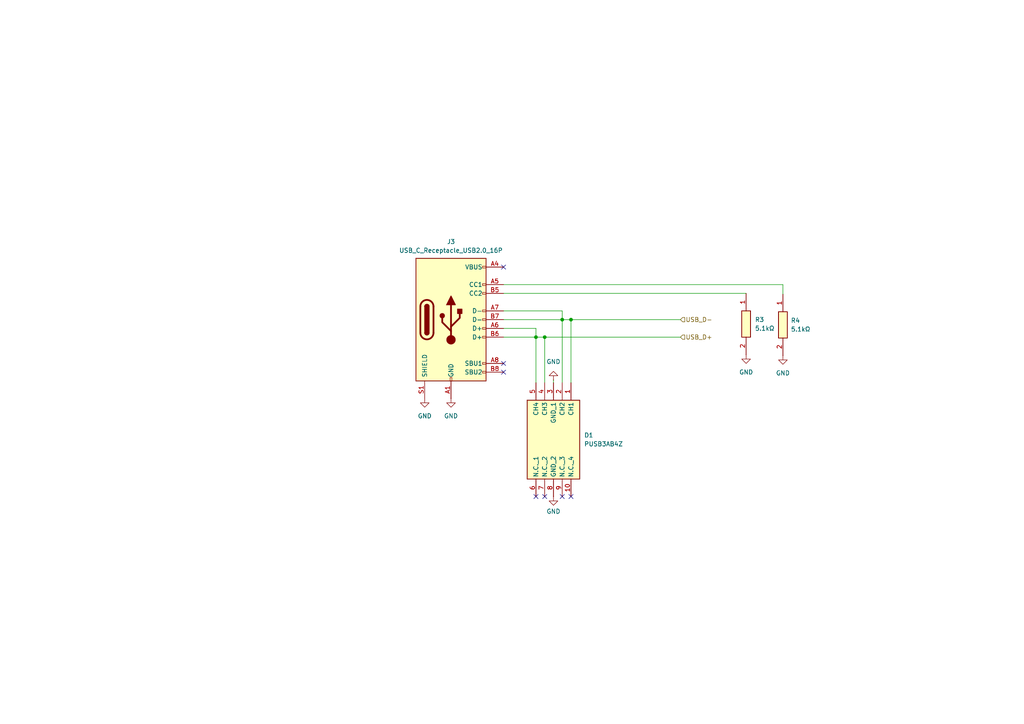
<source format=kicad_sch>
(kicad_sch (version 20231120) (generator "eeschema") (generator_version "8.0")
  (paper "A4")
  (lib_symbols
    (symbol "Connector:USB_C_Receptacle_USB2.0_16P" (pin_names (offset 1.016))
      (property "Reference" "J" (at 0 22.225 0))
      (property "Value" "USB_C_Receptacle_USB2.0_16P" (at 0 19.685 0))
      (symbol "USB_C_Receptacle_USB2.0_16P_0_0"
        (rectangle (start -0.254 -17.78) (end 0.254 -16.764))
        (rectangle (start 10.16 -14.986) (end 9.144 -15.494))
        (rectangle (start 10.16 -12.446) (end 9.144 -12.954))
        (rectangle (start 10.16 -4.826) (end 9.144 -5.334))
        (rectangle (start 10.16 -2.286) (end 9.144 -2.794))
        (rectangle (start 10.16 0.254) (end 9.144 -0.254))
        (rectangle (start 10.16 2.794) (end 9.144 2.286))
        (rectangle (start 10.16 7.874) (end 9.144 7.366))
        (rectangle (start 10.16 10.414) (end 9.144 9.906))
        (rectangle (start 10.16 15.494) (end 9.144 14.986))
      )
      (symbol "USB_C_Receptacle_USB2.0_16P_0_1"
        (rectangle (start -10.16 17.78) (end 10.16 -17.78) (stroke (width 0.254)) (fill (type background)))
        (arc (start -8.89 -3.81) (mid -6.985 -5.7067) (end -5.08 -3.81) (stroke (width 0.508)))
        (arc (start -7.62 -3.81) (mid -6.985 -4.4423) (end -6.35 -3.81) (stroke (width 0.254)))
        (arc (start -7.62 -3.81) (mid -6.985 -4.4423) (end -6.35 -3.81) (stroke (width 0.254)) (fill (type outline)))
        (rectangle (start -7.62 -3.81) (end -6.35 3.81) (stroke (width 0.254)) (fill (type outline)))
        (arc (start -6.35 3.81) (mid -6.985 4.4423) (end -7.62 3.81) (stroke (width 0.254)))
        (arc (start -6.35 3.81) (mid -6.985 4.4423) (end -7.62 3.81) (stroke (width 0.254)) (fill (type outline)))
        (arc (start -5.08 3.81) (mid -6.985 5.7067) (end -8.89 3.81) (stroke (width 0.508)))
        (circle (center -2.54 1.143) (radius 0.635) (stroke (width 0.254)) (fill (type outline)))
        (circle (center 0 -5.842) (radius 1.27) (fill (type outline)))
        (polyline (pts (xy -8.89 -3.81) (xy -8.89 3.81)) (stroke (width 0.508)))
        (polyline (pts (xy -5.08 3.81) (xy -5.08 -3.81)) (stroke (width 0.508)))
        (polyline (pts (xy 0 -5.842) (xy 0 4.318)) (stroke (width 0.508)))
        (polyline (pts (xy 0 -3.302) (xy -2.54 -0.762) (xy -2.54 0.508)) (stroke (width 0.508)))
        (polyline (pts (xy 0 -2.032) (xy 2.54 0.508) (xy 2.54 1.778)) (stroke (width 0.508)))
        (polyline (pts (xy -1.27 4.318) (xy 0 6.858) (xy 1.27 4.318) (xy -1.27 4.318)) (stroke (width 0.254)) (fill (type outline)))
        (rectangle (start 1.905 1.778) (end 3.175 3.048) (stroke (width 0.254)) (fill (type outline)))
      )
      (symbol "USB_C_Receptacle_USB2.0_16P_1_1"
        (pin passive line (at 0 -22.86 90) (length 5.08) (name "GND") (number "A1"))
        (pin passive line (at 0 -22.86 90) (length 5.08) hide (name "GND") (number "A12"))
        (pin passive line (at 15.24 15.24 180) (length 5.08) (name "VBUS") (number "A4"))
        (pin bidirectional line (at 15.24 10.16 180) (length 5.08) (name "CC1") (number "A5"))
        (pin bidirectional line (at 15.24 -2.54 180) (length 5.08) (name "D+") (number "A6"))
        (pin bidirectional line (at 15.24 2.54 180) (length 5.08) (name "D-") (number "A7"))
        (pin bidirectional line (at 15.24 -12.7 180) (length 5.08) (name "SBU1") (number "A8"))
        (pin passive line (at 15.24 15.24 180) (length 5.08) hide (name "VBUS") (number "A9"))
        (pin passive line (at 0 -22.86 90) (length 5.08) hide (name "GND") (number "B1"))
        (pin passive line (at 0 -22.86 90) (length 5.08) hide (name "GND") (number "B12"))
        (pin passive line (at 15.24 15.24 180) (length 5.08) hide (name "VBUS") (number "B4"))
        (pin bidirectional line (at 15.24 7.62 180) (length 5.08) (name "CC2") (number "B5"))
        (pin bidirectional line (at 15.24 -5.08 180) (length 5.08) (name "D+") (number "B6"))
        (pin bidirectional line (at 15.24 0 180) (length 5.08) (name "D-") (number "B7"))
        (pin bidirectional line (at 15.24 -15.24 180) (length 5.08) (name "SBU2") (number "B8"))
        (pin passive line (at 15.24 15.24 180) (length 5.08) hide (name "VBUS") (number "B9"))
        (pin passive line (at -7.62 -22.86 90) (length 5.08) (name "SHIELD") (number "S1"))
      )
    )
    (symbol "SamacSys_Parts:ERJ-UP6D5101V" (pin_names hide)
      (property "Reference" "R" (at 13.97 6.35 0))
      (property "Value" "ERJ-UP6D5101V" (at 13.97 3.81 0))
      (symbol "ERJ-UP6D5101V_1_1"
        (rectangle (start 5.08 1.27) (end 12.7 -1.27) (stroke (width 0.254)) (fill (type background)))
        (pin passive line (at 0 0 0) (length 5.08) (name "1") (number "1"))
        (pin passive line (at 17.78 0 180) (length 5.08) (name "2") (number "2"))
      )
    )
    (symbol "SamacSys_Parts:PUSB3AB4Z"
      (property "Reference" "D" (at 29.21 7.62 0))
      (property "Value" "PUSB3AB4Z" (at 29.21 5.08 0))
      (symbol "PUSB3AB4Z_1_1"
        (rectangle (start 5.08 2.54) (end 27.94 -12.7) (stroke (width 0.254)) (fill (type background)))
        (pin passive line (at 0 0 0) (length 5.08) (name "CH1") (number "1"))
        (pin passive line (at 33.02 0 180) (length 5.08) (name "N.C._4") (number "10"))
        (pin passive line (at 0 -2.54 0) (length 5.08) (name "CH2") (number "2"))
        (pin passive line (at 0 -5.08 0) (length 5.08) (name "GND_1") (number "3"))
        (pin passive line (at 0 -7.62 0) (length 5.08) (name "CH3") (number "4"))
        (pin passive line (at 0 -10.16 0) (length 5.08) (name "CH4") (number "5"))
        (pin passive line (at 33.02 -10.16 180) (length 5.08) (name "N.C._1") (number "6"))
        (pin passive line (at 33.02 -7.62 180) (length 5.08) (name "N.C._2") (number "7"))
        (pin passive line (at 33.02 -5.08 180) (length 5.08) (name "GND_2") (number "8"))
        (pin passive line (at 33.02 -2.54 180) (length 5.08) (name "N.C._3") (number "9"))
      )
    )
    (symbol "power:GND" (power) (pin_numbers hide) (pin_names (offset 0) hide)
      (property "Value" "GND" (at 0 -3.81 0))
      (symbol "GND_0_1"
        (polyline (pts (xy 0 0) (xy 0 -1.27) (xy 1.27 -1.27) (xy 0 -2.54) (xy -1.27 -1.27) (xy 0 -1.27)))
      )
      (symbol "GND_1_1"
        (pin power_in line (at 0 0 270) (length 0) (name "~") (number "1"))
      )
    )
  )
  (junction (at 163.068 92.71))
  (junction (at 157.988 97.79))
  (junction (at 165.608 92.71))
  (junction (at 155.448 97.79))
  (no_connect (at 146.05 107.95))
  (no_connect (at 146.05 77.47))
  (no_connect (at 163.068 144.018))
  (no_connect (at 146.05 105.41))
  (no_connect (at 157.988 144.018))
  (no_connect (at 165.608 144.018))
  (no_connect (at 155.448 144.018))
  (wire (pts (xy 146.05 97.79) (xy 155.448 97.79)))
  (wire (pts (xy 146.05 82.55) (xy 227.076 82.55)))
  (wire (pts (xy 163.068 92.71) (xy 163.068 110.998)))
  (wire (pts (xy 155.448 97.79) (xy 155.448 110.998)))
  (wire (pts (xy 146.05 85.09) (xy 216.408 85.09)))
  (wire (pts (xy 146.05 92.71) (xy 163.068 92.71)))
  (wire (pts (xy 157.988 97.79) (xy 157.988 110.998)))
  (wire (pts (xy 155.448 95.25) (xy 155.448 97.79)))
  (wire (pts (xy 160.528 110.998) (xy 160.528 110.236)))
  (wire (pts (xy 165.608 92.71) (xy 197.358 92.71)))
  (wire (pts (xy 163.068 92.71) (xy 165.608 92.71)))
  (wire (pts (xy 165.608 110.998) (xy 165.608 92.71)))
  (wire (pts (xy 157.988 97.79) (xy 197.358 97.79)))
  (wire (pts (xy 227.076 82.55) (xy 227.076 85.344)))
  (wire (pts (xy 163.068 90.17) (xy 163.068 92.71)))
  (wire (pts (xy 146.05 90.17) (xy 163.068 90.17)))
  (wire (pts (xy 146.05 95.25) (xy 155.448 95.25)))
  (wire (pts (xy 155.448 97.79) (xy 157.988 97.79)))
  (hierarchical_label "USB_D-" (shape input) (at 197.358 92.71 0))
  (hierarchical_label "USB_D+" (shape input) (at 197.358 97.79 0))
  (symbol (lib_id "SamacSys_Parts:PUSB3AB4Z") (at 165.608 110.998 270) (unit 1)
    (property "Reference" "D1" (at 169.418 126.2379 90) (effects (justify left)))
    (property "Value" "PUSB3AB4Z" (at 169.418 128.7779 90) (effects (justify left)))
    (property "Footprint" "SON50P100X250X50-10N" (effects (hide yes)))
    (property "Datasheet" "https://assets.nexperia.com/documents/data-sheet/PUSB3AB4.pdf" (effects (hide yes)))
    (property "Description" "PUSB3AB4 - ESD protection for ultra high-speed interfaces" (effects (hide yes)))
    (property "Height" "0.5" (effects (hide yes)))
    (property "Mouser Part Number" "771-PUSB3AB4Z" (effects (hide yes)))
    (property "Mouser Price/Stock" "https://www.mouser.co.uk/ProductDetail/Nexperia/PUSB3AB4Z?qs=sPdA%252BpIfi%2F%252BQqDUUBPFV5w%3D%3D" (effects (hide yes)))
    (property "Manufacturer_Name" "Nexperia" (effects (hide yes)))
    (property "Manufacturer_Part_Number" "PUSB3AB4Z" (effects (hide yes)))
  )
  (symbol (lib_id "power:GND") (at 227.076 103.124 0) (unit 1)
    (property "Reference" "#PWR013" (effects (hide yes)))
    (property "Value" "GND" (at 227.076 108.204 0))
    (property "Description" "Power symbol creates a global label with name \"GND\" , ground" (effects (hide yes)))
  )
  (symbol (lib_id "power:GND") (at 160.528 144.018 0) (unit 1)
    (property "Reference" "#PWR057" (effects (hide yes)))
    (property "Value" "GND" (at 160.528 148.336 0))
    (property "Description" "Power symbol creates a global label with name \"GND\" , ground" (effects (hide yes)))
  )
  (symbol (lib_id "power:GND") (at 216.408 102.87 0) (unit 1)
    (property "Reference" "#PWR012" (effects (hide yes)))
    (property "Value" "GND" (at 216.408 107.95 0))
    (property "Description" "Power symbol creates a global label with name \"GND\" , ground" (effects (hide yes)))
  )
  (symbol (lib_id "Connector:USB_C_Receptacle_USB2.0_16P") (at 130.81 92.71 0) (unit 1)
    (property "Reference" "J3" (at 130.81 70.104 0))
    (property "Value" "USB_C_Receptacle_USB2.0_16P" (at 130.81 72.644 0))
    (property "Footprint" "Connector_USB:USB_C_Receptacle_GCT_USB4105-xx-A_16P_TopMnt_Horizontal" (effects (hide yes)))
    (property "Datasheet" "https://www.usb.org/sites/default/files/documents/usb_type-c.zip" (effects (hide yes)))
    (property "Description" "USB 2.0-only 16P Type-C Receptacle connector" (effects (hide yes)))
  )
  (symbol (lib_id "power:GND") (at 123.19 115.57 0) (unit 1)
    (property "Reference" "#PWR06" (effects (hide yes)))
    (property "Value" "GND" (at 123.19 120.65 0))
    (property "Description" "Power symbol creates a global label with name \"GND\" , ground" (effects (hide yes)))
  )
  (symbol (lib_id "power:GND") (at 160.528 110.236 180) (unit 1)
    (property "Reference" "#PWR056" (effects (hide yes)))
    (property "Value" "GND" (at 160.528 104.902 0))
    (property "Description" "Power symbol creates a global label with name \"GND\" , ground" (effects (hide yes)))
  )
  (symbol (lib_id "SamacSys_Parts:ERJ-UP6D5101V") (at 216.408 85.09 270) (unit 1)
    (property "Reference" "R3" (at 218.948 92.7099 90) (effects (justify left)))
    (property "Value" "5.1kΩ" (at 218.948 95.2499 90) (effects (justify left)))
    (property "Footprint" "Resistor_SMD:R_0805_2012Metric_Pad1.20x1.40mm_HandSolder" (effects (hide yes)))
    (property "Datasheet" "https://industrial.panasonic.com/cdbs/www-data/pdf/RDP0000/AOA0000C337.pdf" (effects (hide yes)))
    (property "Description" "Anti-Sulfurated Thick Film Chip Resistors/ Anti-Surge Type, Power Rating (W): 0.5, Chip Size (LxW(EIA)) (mm): 2.0 x 1.25 (EIA:0805), Resistance Values (?): 5100, Resistance Tolerance (%): 0.5, T.C.R (?102/K): ?100" (effects (hide yes)))
    (property "Height" "0.7" (effects (hide yes)))
    (property "Mouser Part Number" "667-ERJ-UP6D5101V" (effects (hide yes)))
    (property "Mouser Price/Stock" "https://www.mouser.co.uk/ProductDetail/Panasonic/ERJ-UP6D5101V?qs=ZcfC38r4Pouz7%2FLHthUDHQ%3D%3D" (effects (hide yes)))
    (property "Manufacturer_Name" "Panasonic" (effects (hide yes)))
    (property "Manufacturer_Part_Number" "ERJ-UP6D5101V" (effects (hide yes)))
  )
  (symbol (lib_id "SamacSys_Parts:ERJ-UP6D5101V") (at 227.076 85.344 270) (unit 1)
    (property "Reference" "R4" (at 229.362 92.9639 90) (effects (justify left)))
    (property "Value" "5.1kΩ" (at 229.362 95.5039 90) (effects (justify left)))
    (property "Footprint" "Resistor_SMD:R_0805_2012Metric_Pad1.20x1.40mm_HandSolder" (effects (hide yes)))
    (property "Datasheet" "https://industrial.panasonic.com/cdbs/www-data/pdf/RDP0000/AOA0000C337.pdf" (effects (hide yes)))
    (property "Description" "Anti-Sulfurated Thick Film Chip Resistors/ Anti-Surge Type, Power Rating (W): 0.5, Chip Size (LxW(EIA)) (mm): 2.0 x 1.25 (EIA:0805), Resistance Values (?): 5100, Resistance Tolerance (%): 0.5, T.C.R (?102/K): ?100" (effects (hide yes)))
    (property "Height" "0.7" (effects (hide yes)))
    (property "Mouser Part Number" "667-ERJ-UP6D5101V" (effects (hide yes)))
    (property "Mouser Price/Stock" "https://www.mouser.co.uk/ProductDetail/Panasonic/ERJ-UP6D5101V?qs=ZcfC38r4Pouz7%2FLHthUDHQ%3D%3D" (effects (hide yes)))
    (property "Manufacturer_Name" "Panasonic" (effects (hide yes)))
    (property "Manufacturer_Part_Number" "ERJ-UP6D5101V" (effects (hide yes)))
  )
  (symbol (lib_id "power:GND") (at 130.81 115.57 0) (unit 1)
    (property "Reference" "#PWR011" (effects (hide yes)))
    (property "Value" "GND" (at 130.81 120.65 0))
    (property "Description" "Power symbol creates a global label with name \"GND\" , ground" (effects (hide yes)))
  )
)
</source>
